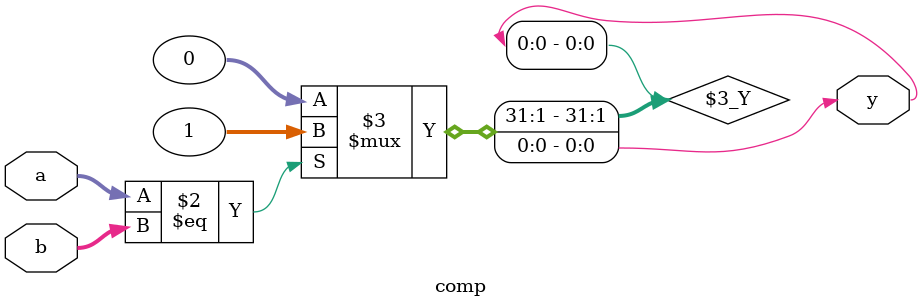
<source format=sv>
module comp (

    input logic [15:0] a,

    input logic [15:0] b,

    output logic y

);

always_comb begin

    y = (a == b) ? 1: 0;

end

endmodule



</source>
